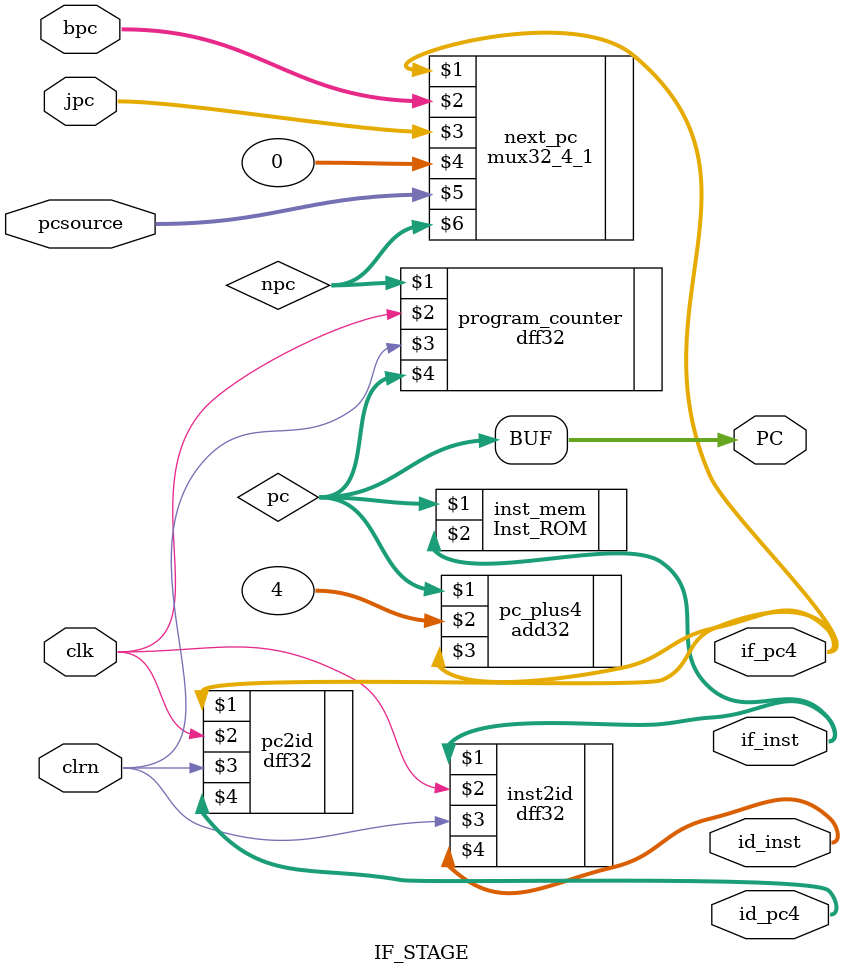
<source format=v>
module IF_STAGE(clk,clrn,pcsource,bpc,jpc,if_pc4,id_pc4,if_inst,id_inst,PC
    );
	 input clk, clrn; //Ê±ÖÓÐÅºÅ/¸´Î»ÐÅºÅ
	 input [31:0] bpc,jpc;
	 input [1:0] pcsource;
	 
	 output [31:0] if_pc4, id_pc4, if_inst, id_inst;
	 output [31:0] PC;
	 
	 wire [31:0] pc;
	 wire [31:0] npc;
	 
 	 dff32 program_counter(npc,clk,clrn,pc);   //ÀûÓÃ32Î»µÄD´¥·¢Æ÷ÊµÏÖPC; npc=>pc/pc=0
	 add32 pc_plus4(pc,32'h4,if_pc4);//32Î»¼Ó·¨Æ÷£¬ÓÃÀ´¼ÆËãPC+4; pc+4 => pc4
	 mux32_4_1 next_pc(if_pc4,bpc,jpc,32'b0,pcsource,npc);//¸ù¾ÝpcsourceÐÅºÅÑ¡ÔñÏÂÒ»ÌõÖ¸ÁîµÄµØÖ·; ÖØÐÂËã³önpc
	 Inst_ROM inst_mem(pc,if_inst); //Ö¸Áî´æ´¢Æ÷; Í¨¹ýpcÈ¡Ö¸Áî
	 
	 assign PC=pc;
     dff32 pc2id(if_pc4, clk, clrn, id_pc4);        //Ê±ÖÓÉÏÉýÑØ½«pc4´«¸øID¼¶
     dff32 inst2id(if_inst, clk, clrn, id_inst);    //Ê±ÖÓÉÏÉýÑØ½«inst´«¸øID¼¶
	 
endmodule

</source>
